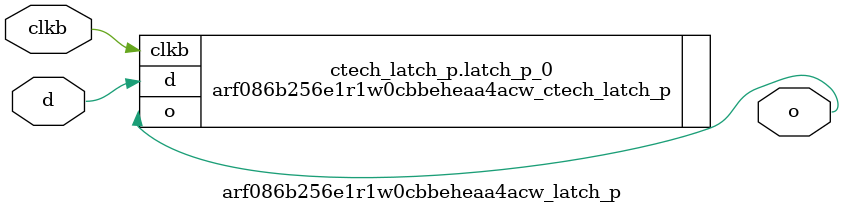
<source format=sv>

`ifndef ARF086B256E1R1W0CBBEHEAA4ACW_LATCH_P_SV
`define ARF086B256E1R1W0CBBEHEAA4ACW_LATCH_P_SV

module arf086b256e1r1w0cbbeheaa4acw_latch_p #
(
  parameter CTECH = 1
)
(
  output logic o,
  input  logic d,
  input  logic clkb
);

  if (CTECH == 1) begin: ctech_latch_p
    arf086b256e1r1w0cbbeheaa4acw_ctech_latch_p latch_p_0 (.o(o),.d(d),.clkb(clkb));
  end
  else begin
    always_latch begin
      if (~clkb) begin
        o <= d;
      end
    end
  end

endmodule // arf086b256e1r1w0cbbeheaa4acw_latch_p

`endif // ARF086B256E1R1W0CBBEHEAA4ACW_LATCH_P_SV
</source>
